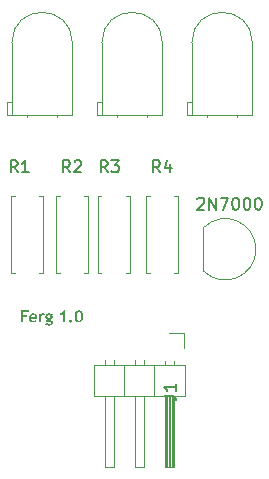
<source format=gbr>
%TF.GenerationSoftware,KiCad,Pcbnew,7.0.1*%
%TF.CreationDate,2023-04-09T02:19:27+02:00*%
%TF.ProjectId,PCB_hello_world,5043425f-6865-46c6-9c6f-5f776f726c64,rev?*%
%TF.SameCoordinates,Original*%
%TF.FileFunction,Legend,Top*%
%TF.FilePolarity,Positive*%
%FSLAX46Y46*%
G04 Gerber Fmt 4.6, Leading zero omitted, Abs format (unit mm)*
G04 Created by KiCad (PCBNEW 7.0.1) date 2023-04-09 02:19:27*
%MOMM*%
%LPD*%
G01*
G04 APERTURE LIST*
%ADD10C,0.200000*%
%ADD11C,0.150000*%
%ADD12C,0.120000*%
G04 APERTURE END LIST*
D10*
G36*
X138076612Y-119004804D02*
G01*
X138076612Y-119235369D01*
X138430519Y-119235369D01*
X138430519Y-119387777D01*
X138076612Y-119387777D01*
X138076612Y-119845000D01*
X137898070Y-119845000D01*
X137898070Y-118844581D01*
X138560945Y-118844581D01*
X138560945Y-119004804D01*
X138076612Y-119004804D01*
G37*
G36*
X138966311Y-119094780D02*
G01*
X138976125Y-119095065D01*
X138995384Y-119096204D01*
X139014151Y-119098103D01*
X139032425Y-119100761D01*
X139050207Y-119104179D01*
X139067497Y-119108355D01*
X139084295Y-119113292D01*
X139100600Y-119118988D01*
X139116412Y-119125443D01*
X139131733Y-119132658D01*
X139146561Y-119140632D01*
X139160897Y-119149365D01*
X139174741Y-119158858D01*
X139188092Y-119169111D01*
X139200951Y-119180123D01*
X139213318Y-119191894D01*
X139225059Y-119204252D01*
X139236044Y-119217024D01*
X139246270Y-119230211D01*
X139255740Y-119243811D01*
X139264451Y-119257825D01*
X139272405Y-119272254D01*
X139279602Y-119287096D01*
X139286041Y-119302353D01*
X139291723Y-119318024D01*
X139296647Y-119334108D01*
X139300813Y-119350607D01*
X139304222Y-119367520D01*
X139306873Y-119384847D01*
X139308767Y-119402588D01*
X139309903Y-119420743D01*
X139310282Y-119439312D01*
X139309924Y-119450186D01*
X139309123Y-119460036D01*
X139307864Y-119470909D01*
X139306146Y-119482804D01*
X139303971Y-119495722D01*
X139302039Y-119506082D01*
X139299849Y-119517017D01*
X139297402Y-119528528D01*
X139295628Y-119536521D01*
X138770261Y-119536521D01*
X138771069Y-119546998D01*
X138772272Y-119557182D01*
X138773870Y-119567072D01*
X138775864Y-119576668D01*
X138779594Y-119590511D01*
X138784213Y-119603693D01*
X138789720Y-119616214D01*
X138796117Y-119628074D01*
X138803402Y-119639272D01*
X138811575Y-119649809D01*
X138820638Y-119659685D01*
X138830589Y-119668900D01*
X138841370Y-119677325D01*
X138852829Y-119684920D01*
X138864966Y-119691687D01*
X138877781Y-119697626D01*
X138891275Y-119702735D01*
X138900648Y-119705682D01*
X138910323Y-119708260D01*
X138920298Y-119710469D01*
X138930576Y-119712311D01*
X138941154Y-119713784D01*
X138952035Y-119714888D01*
X138963216Y-119715625D01*
X138974700Y-119715993D01*
X138980554Y-119716039D01*
X138994990Y-119715801D01*
X139008989Y-119715085D01*
X139022552Y-119713893D01*
X139035677Y-119712223D01*
X139048365Y-119710076D01*
X139060616Y-119707453D01*
X139072431Y-119704352D01*
X139083808Y-119700774D01*
X139094748Y-119696719D01*
X139105252Y-119692187D01*
X139115318Y-119687179D01*
X139124948Y-119681693D01*
X139134140Y-119675730D01*
X139142896Y-119669290D01*
X139151214Y-119662373D01*
X139159096Y-119654979D01*
X139225774Y-119787114D01*
X139214069Y-119796016D01*
X139201667Y-119804345D01*
X139188568Y-119812098D01*
X139174773Y-119819278D01*
X139160282Y-119825883D01*
X139145094Y-119831913D01*
X139129209Y-119837370D01*
X139112629Y-119842252D01*
X139095351Y-119846559D01*
X139077377Y-119850293D01*
X139058707Y-119853452D01*
X139039340Y-119856036D01*
X139029396Y-119857113D01*
X139019277Y-119858046D01*
X139008984Y-119858836D01*
X138998518Y-119859482D01*
X138987877Y-119859985D01*
X138977061Y-119860344D01*
X138966072Y-119860559D01*
X138954909Y-119860631D01*
X138944460Y-119860534D01*
X138934148Y-119860245D01*
X138923974Y-119859762D01*
X138913937Y-119859085D01*
X138904038Y-119858216D01*
X138894275Y-119857153D01*
X138875163Y-119854449D01*
X138856601Y-119850971D01*
X138838588Y-119846721D01*
X138821125Y-119841697D01*
X138804211Y-119835901D01*
X138787847Y-119829333D01*
X138772032Y-119821991D01*
X138756767Y-119813877D01*
X138742051Y-119804989D01*
X138727885Y-119795329D01*
X138714269Y-119784897D01*
X138701202Y-119773691D01*
X138688684Y-119761713D01*
X138676854Y-119749042D01*
X138665786Y-119735758D01*
X138655482Y-119721862D01*
X138645942Y-119707353D01*
X138637164Y-119692232D01*
X138629150Y-119676499D01*
X138621899Y-119660153D01*
X138615411Y-119643194D01*
X138609687Y-119625623D01*
X138604726Y-119607439D01*
X138600528Y-119588643D01*
X138598715Y-119579015D01*
X138597093Y-119569234D01*
X138595662Y-119559300D01*
X138594422Y-119549213D01*
X138593372Y-119538973D01*
X138592513Y-119528579D01*
X138591846Y-119518033D01*
X138591369Y-119507333D01*
X138591082Y-119496480D01*
X138590987Y-119485474D01*
X138591092Y-119474639D01*
X138591407Y-119463934D01*
X138591931Y-119453358D01*
X138592666Y-119442911D01*
X138593611Y-119432593D01*
X138594765Y-119422405D01*
X138596129Y-119412346D01*
X138596927Y-119407316D01*
X138776367Y-119407316D01*
X139137847Y-119407316D01*
X139136578Y-119396978D01*
X139135030Y-119386968D01*
X139133204Y-119377286D01*
X139128716Y-119358907D01*
X139123114Y-119341840D01*
X139116397Y-119326086D01*
X139108566Y-119311646D01*
X139099621Y-119298518D01*
X139089561Y-119286702D01*
X139078387Y-119276200D01*
X139066098Y-119267010D01*
X139052696Y-119259133D01*
X139038178Y-119252569D01*
X139022547Y-119247318D01*
X139005801Y-119243380D01*
X138987941Y-119240754D01*
X138968966Y-119239441D01*
X138959061Y-119239277D01*
X138941117Y-119239934D01*
X138924043Y-119241903D01*
X138907839Y-119245185D01*
X138892505Y-119249780D01*
X138878041Y-119255687D01*
X138864447Y-119262908D01*
X138851724Y-119271441D01*
X138839870Y-119281287D01*
X138828887Y-119292446D01*
X138818774Y-119304918D01*
X138809531Y-119318702D01*
X138801158Y-119333799D01*
X138793655Y-119350209D01*
X138787022Y-119367932D01*
X138784032Y-119377286D01*
X138781260Y-119386968D01*
X138778705Y-119396978D01*
X138776367Y-119407316D01*
X138596927Y-119407316D01*
X138597704Y-119402416D01*
X138599488Y-119392616D01*
X138601482Y-119382945D01*
X138603686Y-119373403D01*
X138608723Y-119354707D01*
X138614600Y-119336528D01*
X138621317Y-119318866D01*
X138628873Y-119301721D01*
X138637269Y-119285094D01*
X138646504Y-119268983D01*
X138656580Y-119253390D01*
X138667494Y-119238313D01*
X138679248Y-119223754D01*
X138691842Y-119209712D01*
X138698454Y-119202885D01*
X138712055Y-119189783D01*
X138725992Y-119177526D01*
X138740265Y-119166114D01*
X138754874Y-119155548D01*
X138769818Y-119145827D01*
X138785099Y-119136951D01*
X138800715Y-119128920D01*
X138816667Y-119121735D01*
X138832955Y-119115396D01*
X138849579Y-119109901D01*
X138866539Y-119105252D01*
X138883834Y-119101448D01*
X138901465Y-119098489D01*
X138919433Y-119096376D01*
X138937735Y-119095108D01*
X138956374Y-119094685D01*
X138966311Y-119094780D01*
G37*
G36*
X139868377Y-119269563D02*
G01*
X139859644Y-119264151D01*
X139850757Y-119259271D01*
X139841715Y-119254923D01*
X139832519Y-119251108D01*
X139823168Y-119247825D01*
X139813663Y-119245074D01*
X139804003Y-119242856D01*
X139794188Y-119241170D01*
X139784219Y-119240017D01*
X139774095Y-119239396D01*
X139767260Y-119239277D01*
X139756202Y-119239754D01*
X139745376Y-119241183D01*
X139734781Y-119243566D01*
X139724419Y-119246902D01*
X139714288Y-119251191D01*
X139704389Y-119256433D01*
X139694722Y-119262629D01*
X139685286Y-119269777D01*
X139676083Y-119277879D01*
X139667111Y-119286933D01*
X139661259Y-119293499D01*
X139652966Y-119303878D01*
X139645488Y-119314682D01*
X139638826Y-119325912D01*
X139632980Y-119337566D01*
X139627950Y-119349645D01*
X139623735Y-119362150D01*
X139620336Y-119375079D01*
X139617753Y-119388433D01*
X139615986Y-119402213D01*
X139615034Y-119416417D01*
X139614853Y-119426123D01*
X139614853Y-119845000D01*
X139443150Y-119845000D01*
X139443150Y-119110317D01*
X139614853Y-119110317D01*
X139614853Y-119175774D01*
X139624045Y-119165955D01*
X139633610Y-119156769D01*
X139643547Y-119148217D01*
X139653855Y-119140298D01*
X139664536Y-119133013D01*
X139675589Y-119126361D01*
X139687014Y-119120342D01*
X139698811Y-119114958D01*
X139710981Y-119110206D01*
X139723522Y-119106089D01*
X139736435Y-119102604D01*
X139749721Y-119099754D01*
X139763378Y-119097536D01*
X139777408Y-119095952D01*
X139791810Y-119095002D01*
X139806584Y-119094685D01*
X139817413Y-119094789D01*
X139827920Y-119095101D01*
X139838105Y-119095621D01*
X139847967Y-119096349D01*
X139862156Y-119097831D01*
X139875619Y-119099781D01*
X139888357Y-119102199D01*
X139900369Y-119105085D01*
X139911655Y-119108439D01*
X139922216Y-119112260D01*
X139932052Y-119116550D01*
X139941161Y-119121308D01*
X139868377Y-119269563D01*
G37*
G36*
X140633834Y-119155746D02*
G01*
X140552013Y-119220471D01*
X140559651Y-119232579D01*
X140566539Y-119245091D01*
X140572674Y-119258007D01*
X140578059Y-119271326D01*
X140582692Y-119285049D01*
X140586574Y-119299176D01*
X140588745Y-119308818D01*
X140590581Y-119318639D01*
X140592084Y-119328640D01*
X140593253Y-119338820D01*
X140594087Y-119349179D01*
X140594588Y-119359718D01*
X140594755Y-119370436D01*
X140594456Y-119385690D01*
X140593557Y-119400558D01*
X140592059Y-119415038D01*
X140589962Y-119429130D01*
X140587266Y-119442836D01*
X140583970Y-119456153D01*
X140580076Y-119469084D01*
X140575582Y-119481627D01*
X140570489Y-119493783D01*
X140564797Y-119505552D01*
X140558506Y-119516933D01*
X140551616Y-119527926D01*
X140544126Y-119538533D01*
X140536038Y-119548752D01*
X140527350Y-119558584D01*
X140518063Y-119568028D01*
X140508320Y-119576960D01*
X140498264Y-119585316D01*
X140487895Y-119593095D01*
X140477213Y-119600299D01*
X140466219Y-119606926D01*
X140454911Y-119612976D01*
X140443290Y-119618451D01*
X140431357Y-119623349D01*
X140419110Y-119627671D01*
X140406551Y-119631417D01*
X140393679Y-119634586D01*
X140380493Y-119637179D01*
X140366995Y-119639196D01*
X140353184Y-119640637D01*
X140339060Y-119641501D01*
X140324623Y-119641789D01*
X140314578Y-119641576D01*
X140304537Y-119641038D01*
X140293327Y-119640173D01*
X140282788Y-119639171D01*
X140275286Y-119638370D01*
X140246953Y-119634462D01*
X140236592Y-119637575D01*
X140226151Y-119641780D01*
X140216076Y-119646097D01*
X140210317Y-119648628D01*
X140201099Y-119653079D01*
X140192101Y-119658483D01*
X140184445Y-119664874D01*
X140179102Y-119673229D01*
X140178321Y-119677937D01*
X140180589Y-119688216D01*
X140187391Y-119695969D01*
X140196830Y-119700606D01*
X140207242Y-119703053D01*
X140217236Y-119704084D01*
X140225704Y-119704316D01*
X140236380Y-119703942D01*
X140247726Y-119703026D01*
X140258729Y-119701843D01*
X140268544Y-119700621D01*
X140279260Y-119699156D01*
X140290877Y-119697446D01*
X140297023Y-119696500D01*
X140309373Y-119694668D01*
X140321264Y-119693080D01*
X140332698Y-119691737D01*
X140343674Y-119690638D01*
X140354191Y-119689783D01*
X140364251Y-119689173D01*
X140376182Y-119688753D01*
X140382997Y-119688684D01*
X140398429Y-119688880D01*
X140413372Y-119689466D01*
X140427824Y-119690444D01*
X140441787Y-119691813D01*
X140455259Y-119693574D01*
X140468242Y-119695725D01*
X140480735Y-119698268D01*
X140492738Y-119701202D01*
X140504251Y-119704526D01*
X140515274Y-119708243D01*
X140525807Y-119712350D01*
X140535851Y-119716848D01*
X140545404Y-119721738D01*
X140554468Y-119727019D01*
X140563041Y-119732691D01*
X140571125Y-119738754D01*
X140578718Y-119745208D01*
X140585822Y-119752054D01*
X140592436Y-119759290D01*
X140598560Y-119766918D01*
X140604194Y-119774937D01*
X140609338Y-119783347D01*
X140613992Y-119792149D01*
X140618157Y-119801341D01*
X140621831Y-119810925D01*
X140625016Y-119820900D01*
X140627710Y-119831266D01*
X140629915Y-119842023D01*
X140631629Y-119853171D01*
X140632854Y-119864711D01*
X140633589Y-119876641D01*
X140633834Y-119888963D01*
X140633442Y-119902638D01*
X140632266Y-119915941D01*
X140630305Y-119928871D01*
X140627560Y-119941430D01*
X140624031Y-119953616D01*
X140619718Y-119965430D01*
X140614620Y-119976873D01*
X140608738Y-119987943D01*
X140602072Y-119998641D01*
X140594622Y-120008967D01*
X140586387Y-120018920D01*
X140577368Y-120028502D01*
X140567565Y-120037712D01*
X140556978Y-120046549D01*
X140545606Y-120055015D01*
X140533450Y-120063108D01*
X140520771Y-120070769D01*
X140507767Y-120077935D01*
X140494438Y-120084607D01*
X140480785Y-120090784D01*
X140466808Y-120096468D01*
X140452507Y-120101657D01*
X140437881Y-120106352D01*
X140422930Y-120110553D01*
X140407656Y-120114259D01*
X140392057Y-120117471D01*
X140376133Y-120120190D01*
X140359885Y-120122414D01*
X140343313Y-120124143D01*
X140326416Y-120125379D01*
X140309195Y-120126120D01*
X140291650Y-120126367D01*
X140281118Y-120126269D01*
X140270650Y-120125973D01*
X140260245Y-120125481D01*
X140249903Y-120124791D01*
X140239625Y-120123905D01*
X140229411Y-120122821D01*
X140219260Y-120121540D01*
X140209172Y-120120063D01*
X140199148Y-120118388D01*
X140189187Y-120116516D01*
X140179290Y-120114448D01*
X140169456Y-120112182D01*
X140159686Y-120109719D01*
X140149979Y-120107060D01*
X140140335Y-120104203D01*
X140130755Y-120101149D01*
X140121238Y-120097898D01*
X140111785Y-120094451D01*
X140102395Y-120090806D01*
X140093069Y-120086964D01*
X140083806Y-120082925D01*
X140074607Y-120078689D01*
X140065471Y-120074256D01*
X140056398Y-120069627D01*
X140047389Y-120064800D01*
X140038444Y-120059776D01*
X140029561Y-120054555D01*
X140020743Y-120049137D01*
X140011987Y-120043522D01*
X140003295Y-120037710D01*
X139994667Y-120031701D01*
X139986102Y-120025495D01*
X140094546Y-119889696D01*
X140105891Y-119899900D01*
X140117394Y-119909445D01*
X140129056Y-119918332D01*
X140140876Y-119926561D01*
X140152854Y-119934132D01*
X140164991Y-119941044D01*
X140177286Y-119947298D01*
X140189740Y-119952894D01*
X140202351Y-119957831D01*
X140215122Y-119962110D01*
X140228050Y-119965731D01*
X140241137Y-119968693D01*
X140254383Y-119970997D01*
X140267787Y-119972643D01*
X140281349Y-119973631D01*
X140295069Y-119973960D01*
X140308761Y-119973771D01*
X140321994Y-119973204D01*
X140334768Y-119972260D01*
X140347082Y-119970937D01*
X140358936Y-119969237D01*
X140370331Y-119967159D01*
X140381267Y-119964703D01*
X140391744Y-119961870D01*
X140401761Y-119958658D01*
X140411318Y-119955069D01*
X140417435Y-119952466D01*
X140428712Y-119946841D01*
X140438486Y-119940712D01*
X140446756Y-119934079D01*
X140453522Y-119926943D01*
X140459865Y-119917314D01*
X140463859Y-119906898D01*
X140465504Y-119895695D01*
X140465551Y-119893360D01*
X140464615Y-119881924D01*
X140461807Y-119871612D01*
X140457127Y-119862426D01*
X140450576Y-119854365D01*
X140442152Y-119847428D01*
X140431857Y-119841616D01*
X140419689Y-119836929D01*
X140405650Y-119833367D01*
X140395251Y-119831618D01*
X140384019Y-119830368D01*
X140371956Y-119829618D01*
X140359061Y-119829368D01*
X140347257Y-119829505D01*
X140335899Y-119829830D01*
X140325816Y-119830227D01*
X140314848Y-119830746D01*
X140302995Y-119831387D01*
X140290256Y-119832150D01*
X140280121Y-119832803D01*
X140273087Y-119833276D01*
X140262664Y-119833974D01*
X140252734Y-119834604D01*
X140240263Y-119835337D01*
X140228669Y-119835947D01*
X140217952Y-119836436D01*
X140208114Y-119836802D01*
X140197050Y-119837088D01*
X140187358Y-119837184D01*
X140176449Y-119837062D01*
X140165886Y-119836696D01*
X140155669Y-119836087D01*
X140145799Y-119835234D01*
X140127097Y-119832796D01*
X140109781Y-119829383D01*
X140093849Y-119824995D01*
X140079304Y-119819633D01*
X140066143Y-119813295D01*
X140054368Y-119805982D01*
X140043978Y-119797694D01*
X140034974Y-119788431D01*
X140027354Y-119778192D01*
X140021120Y-119766979D01*
X140016272Y-119754791D01*
X140012809Y-119741628D01*
X140010731Y-119727489D01*
X140010038Y-119712376D01*
X140010759Y-119701262D01*
X140012924Y-119690208D01*
X140016532Y-119679213D01*
X140021582Y-119668278D01*
X140026662Y-119659573D01*
X140032665Y-119650907D01*
X140039591Y-119642278D01*
X140047128Y-119633955D01*
X140054963Y-119626204D01*
X140063096Y-119619025D01*
X140071526Y-119612419D01*
X140080254Y-119606386D01*
X140089279Y-119600925D01*
X140098603Y-119596036D01*
X140108224Y-119591720D01*
X140093021Y-119581383D01*
X140078800Y-119570524D01*
X140065559Y-119559142D01*
X140053299Y-119547237D01*
X140042020Y-119534809D01*
X140031722Y-119521859D01*
X140022405Y-119508385D01*
X140014068Y-119494389D01*
X140006712Y-119479870D01*
X140000337Y-119464828D01*
X139994943Y-119449263D01*
X139990529Y-119433176D01*
X139987096Y-119416565D01*
X139984644Y-119399432D01*
X139983173Y-119381776D01*
X139982709Y-119364574D01*
X140157805Y-119364574D01*
X140158120Y-119376262D01*
X140159067Y-119387512D01*
X140160645Y-119398324D01*
X140162854Y-119408698D01*
X140165694Y-119418634D01*
X140169165Y-119428132D01*
X140173267Y-119437193D01*
X140178001Y-119445815D01*
X140183365Y-119454000D01*
X140189361Y-119461746D01*
X140193709Y-119466667D01*
X140200705Y-119473520D01*
X140210715Y-119481609D01*
X140221504Y-119488499D01*
X140233071Y-119494191D01*
X140242257Y-119497674D01*
X140251882Y-119500482D01*
X140261944Y-119502617D01*
X140272444Y-119504077D01*
X140283382Y-119504864D01*
X140290917Y-119505013D01*
X140302163Y-119504685D01*
X140312910Y-119503700D01*
X140323160Y-119502057D01*
X140332912Y-119499758D01*
X140345139Y-119495671D01*
X140356481Y-119490416D01*
X140366938Y-119483993D01*
X140376509Y-119476403D01*
X140385195Y-119467644D01*
X140392923Y-119457806D01*
X140399620Y-119447097D01*
X140405288Y-119435519D01*
X140408862Y-119426264D01*
X140411856Y-119416519D01*
X140414271Y-119406285D01*
X140416107Y-119395562D01*
X140417363Y-119384349D01*
X140418039Y-119372647D01*
X140418168Y-119364574D01*
X140417856Y-119354555D01*
X140416473Y-119341658D01*
X140413983Y-119329288D01*
X140410386Y-119317444D01*
X140405682Y-119306127D01*
X140399872Y-119295336D01*
X140392955Y-119285072D01*
X140384931Y-119275335D01*
X140382752Y-119272983D01*
X140373570Y-119264167D01*
X140363732Y-119256527D01*
X140353237Y-119250062D01*
X140342086Y-119244773D01*
X140330278Y-119240659D01*
X140317814Y-119237720D01*
X140308036Y-119236288D01*
X140297888Y-119235516D01*
X140290917Y-119235369D01*
X140280071Y-119235687D01*
X140269608Y-119236640D01*
X140259526Y-119238229D01*
X140249827Y-119240453D01*
X140237489Y-119244406D01*
X140225830Y-119249490D01*
X140214851Y-119255703D01*
X140204551Y-119263045D01*
X140194930Y-119271517D01*
X140186229Y-119280879D01*
X140178688Y-119290889D01*
X140172307Y-119301548D01*
X140167086Y-119312855D01*
X140163025Y-119324812D01*
X140160125Y-119337417D01*
X140158711Y-119347297D01*
X140157950Y-119357541D01*
X140157805Y-119364574D01*
X139982709Y-119364574D01*
X139982683Y-119363597D01*
X139983020Y-119349191D01*
X139984034Y-119335101D01*
X139985722Y-119321325D01*
X139988087Y-119307864D01*
X139991126Y-119294718D01*
X139994841Y-119281886D01*
X139999232Y-119269370D01*
X140004298Y-119257168D01*
X140010040Y-119245281D01*
X140016457Y-119233709D01*
X140023549Y-119222452D01*
X140031318Y-119211510D01*
X140039761Y-119200882D01*
X140048880Y-119190570D01*
X140058675Y-119180572D01*
X140069145Y-119170889D01*
X140080109Y-119161661D01*
X140091386Y-119153029D01*
X140102976Y-119144992D01*
X140114879Y-119137550D01*
X140127095Y-119130704D01*
X140139624Y-119124453D01*
X140152466Y-119118797D01*
X140165621Y-119113736D01*
X140179088Y-119109271D01*
X140192869Y-119105402D01*
X140206962Y-119102127D01*
X140221369Y-119099448D01*
X140236088Y-119097365D01*
X140251121Y-119095876D01*
X140266466Y-119094983D01*
X140282124Y-119094685D01*
X140294363Y-119094829D01*
X140306350Y-119095258D01*
X140318085Y-119095973D01*
X140329569Y-119096975D01*
X140340800Y-119098263D01*
X140351779Y-119099837D01*
X140362507Y-119101698D01*
X140372983Y-119103845D01*
X140383207Y-119106277D01*
X140393179Y-119108997D01*
X140402899Y-119112002D01*
X140412367Y-119115293D01*
X140421583Y-119118871D01*
X140434936Y-119124775D01*
X140447721Y-119131322D01*
X140514888Y-119047791D01*
X140633834Y-119155746D01*
G37*
G36*
X141462550Y-119845000D02*
G01*
X141462550Y-119128391D01*
X141257875Y-119250757D01*
X141257875Y-119079054D01*
X141270113Y-119073087D01*
X141282191Y-119067033D01*
X141294108Y-119060890D01*
X141305864Y-119054660D01*
X141317460Y-119048342D01*
X141328895Y-119041937D01*
X141340169Y-119035443D01*
X141351282Y-119028862D01*
X141362235Y-119022193D01*
X141373027Y-119015436D01*
X141383658Y-119008592D01*
X141394128Y-119001659D01*
X141404437Y-118994639D01*
X141414586Y-118987532D01*
X141424574Y-118980336D01*
X141434401Y-118973053D01*
X141444068Y-118965681D01*
X141453573Y-118958222D01*
X141462918Y-118950676D01*
X141472102Y-118943041D01*
X141481126Y-118935319D01*
X141489988Y-118927509D01*
X141498690Y-118919611D01*
X141507231Y-118911625D01*
X141515612Y-118903552D01*
X141523831Y-118895391D01*
X141531890Y-118887142D01*
X141539788Y-118878805D01*
X141547525Y-118870381D01*
X141555102Y-118861869D01*
X141562518Y-118853269D01*
X141569773Y-118844581D01*
X141641336Y-118844581D01*
X141641336Y-119845000D01*
X141462550Y-119845000D01*
G37*
G36*
X142010875Y-119752920D02*
G01*
X142011440Y-119740341D01*
X142013135Y-119728251D01*
X142015959Y-119716650D01*
X142019912Y-119705537D01*
X142024996Y-119694912D01*
X142031209Y-119684776D01*
X142038551Y-119675129D01*
X142047023Y-119665969D01*
X142056301Y-119657555D01*
X142066059Y-119650262D01*
X142076298Y-119644091D01*
X142087018Y-119639042D01*
X142098219Y-119635115D01*
X142109900Y-119632310D01*
X142122063Y-119630627D01*
X142134706Y-119630066D01*
X142147346Y-119630627D01*
X142159497Y-119632310D01*
X142171160Y-119635115D01*
X142182334Y-119639042D01*
X142193019Y-119644091D01*
X142203217Y-119650262D01*
X142212925Y-119657555D01*
X142222145Y-119665969D01*
X142230618Y-119675129D01*
X142237960Y-119684776D01*
X142244173Y-119694912D01*
X142249256Y-119705537D01*
X142253210Y-119716650D01*
X142256034Y-119728251D01*
X142257728Y-119740341D01*
X142258293Y-119752920D01*
X142257728Y-119765449D01*
X142256034Y-119777512D01*
X142253210Y-119789110D01*
X142249256Y-119800242D01*
X142244173Y-119810909D01*
X142237960Y-119821109D01*
X142230618Y-119830845D01*
X142222145Y-119840115D01*
X142212925Y-119848587D01*
X142203217Y-119855929D01*
X142193019Y-119862142D01*
X142182334Y-119867226D01*
X142171160Y-119871179D01*
X142159497Y-119874003D01*
X142147346Y-119875698D01*
X142134706Y-119876263D01*
X142122063Y-119875698D01*
X142109900Y-119874003D01*
X142098219Y-119871179D01*
X142087018Y-119867226D01*
X142076298Y-119862142D01*
X142066059Y-119855929D01*
X142056301Y-119848587D01*
X142047023Y-119840115D01*
X142038551Y-119830845D01*
X142031209Y-119821109D01*
X142024996Y-119810909D01*
X142019912Y-119800242D01*
X142015959Y-119789110D01*
X142013135Y-119777512D01*
X142011440Y-119765449D01*
X142010875Y-119752920D01*
G37*
G36*
X142847995Y-118829447D02*
G01*
X142868903Y-118830938D01*
X142889126Y-118833425D01*
X142908662Y-118836906D01*
X142927514Y-118841382D01*
X142945679Y-118846852D01*
X142963160Y-118853317D01*
X142979955Y-118860777D01*
X142996064Y-118869231D01*
X143011488Y-118878680D01*
X143026226Y-118889124D01*
X143040279Y-118900562D01*
X143053646Y-118912995D01*
X143066328Y-118926422D01*
X143078324Y-118940844D01*
X143089635Y-118956261D01*
X143100260Y-118972672D01*
X143110200Y-118990078D01*
X143119454Y-119008478D01*
X143128023Y-119027874D01*
X143135906Y-119048263D01*
X143143104Y-119069648D01*
X143149616Y-119092027D01*
X143155443Y-119115400D01*
X143160584Y-119139769D01*
X143165040Y-119165131D01*
X143168810Y-119191489D01*
X143171895Y-119218841D01*
X143174294Y-119247188D01*
X143176008Y-119276529D01*
X143177036Y-119306865D01*
X143177379Y-119338196D01*
X143177287Y-119353000D01*
X143177009Y-119367617D01*
X143176546Y-119382046D01*
X143175898Y-119396287D01*
X143175065Y-119410340D01*
X143174047Y-119424205D01*
X143172844Y-119437882D01*
X143171456Y-119451372D01*
X143169883Y-119464673D01*
X143168125Y-119477786D01*
X143166181Y-119490711D01*
X143164053Y-119503449D01*
X143161739Y-119515998D01*
X143159240Y-119528360D01*
X143156556Y-119540533D01*
X143153688Y-119552519D01*
X143150634Y-119564316D01*
X143147394Y-119575926D01*
X143143970Y-119587348D01*
X143140361Y-119598581D01*
X143136567Y-119609627D01*
X143132587Y-119620485D01*
X143128423Y-119631155D01*
X143124073Y-119641637D01*
X143119538Y-119651931D01*
X143114819Y-119662037D01*
X143109914Y-119671955D01*
X143104824Y-119681685D01*
X143099549Y-119691227D01*
X143094088Y-119700581D01*
X143088443Y-119709748D01*
X143082613Y-119718726D01*
X143076616Y-119727456D01*
X143070469Y-119735910D01*
X143064174Y-119744086D01*
X143057731Y-119751985D01*
X143051138Y-119759607D01*
X143044397Y-119766952D01*
X143037506Y-119774019D01*
X143030467Y-119780809D01*
X143015942Y-119793559D01*
X143000822Y-119805199D01*
X142985107Y-119815731D01*
X142968796Y-119825155D01*
X142951890Y-119833470D01*
X142934388Y-119840676D01*
X142916291Y-119846773D01*
X142897599Y-119851762D01*
X142888030Y-119853841D01*
X142878311Y-119855642D01*
X142868444Y-119857167D01*
X142858428Y-119858414D01*
X142848264Y-119859384D01*
X142837950Y-119860077D01*
X142827488Y-119860492D01*
X142816877Y-119860631D01*
X142805461Y-119860503D01*
X142794233Y-119860120D01*
X142783193Y-119859480D01*
X142772341Y-119858586D01*
X142761676Y-119857435D01*
X142751200Y-119856029D01*
X142740912Y-119854367D01*
X142730812Y-119852449D01*
X142720899Y-119850276D01*
X142711175Y-119847846D01*
X142701638Y-119845162D01*
X142692290Y-119842221D01*
X142674157Y-119835573D01*
X142656775Y-119827903D01*
X142640146Y-119819209D01*
X142624268Y-119809493D01*
X142609142Y-119798754D01*
X142594768Y-119786992D01*
X142581146Y-119774207D01*
X142568276Y-119760400D01*
X142556157Y-119745570D01*
X142544790Y-119729717D01*
X142539381Y-119721372D01*
X142534143Y-119712732D01*
X142529077Y-119703798D01*
X142524182Y-119694569D01*
X142519459Y-119685045D01*
X142514909Y-119675226D01*
X142510529Y-119665112D01*
X142506322Y-119654704D01*
X142502286Y-119644001D01*
X142498422Y-119633002D01*
X142494730Y-119621710D01*
X142491209Y-119610122D01*
X142487861Y-119598239D01*
X142484684Y-119586062D01*
X142481678Y-119573590D01*
X142478845Y-119560823D01*
X142476183Y-119547761D01*
X142473693Y-119534405D01*
X142471374Y-119520753D01*
X142469228Y-119506807D01*
X142467253Y-119492566D01*
X142465449Y-119478030D01*
X142463818Y-119463200D01*
X142462358Y-119448074D01*
X142461070Y-119432654D01*
X142459954Y-119416939D01*
X142459009Y-119400929D01*
X142458237Y-119384625D01*
X142457636Y-119368025D01*
X142457206Y-119351131D01*
X142456949Y-119333942D01*
X142456924Y-119328914D01*
X142642243Y-119328914D01*
X142642281Y-119341268D01*
X142642396Y-119353416D01*
X142642587Y-119365358D01*
X142642854Y-119377095D01*
X142643197Y-119388626D01*
X142643617Y-119399952D01*
X142644113Y-119411072D01*
X142644685Y-119421986D01*
X142645334Y-119432695D01*
X142646059Y-119443198D01*
X142646861Y-119453496D01*
X142647739Y-119463588D01*
X142648693Y-119473474D01*
X142650830Y-119492630D01*
X142653272Y-119510963D01*
X142656020Y-119528474D01*
X142659073Y-119545163D01*
X142662431Y-119561029D01*
X142666095Y-119576073D01*
X142670064Y-119590295D01*
X142674338Y-119603694D01*
X142678918Y-119616270D01*
X142681322Y-119622250D01*
X142686438Y-119633607D01*
X142691954Y-119644232D01*
X142697871Y-119654124D01*
X142704189Y-119663283D01*
X142710908Y-119671709D01*
X142718027Y-119679403D01*
X142725547Y-119686364D01*
X142733468Y-119692592D01*
X142741789Y-119698087D01*
X142750511Y-119702850D01*
X142759634Y-119706880D01*
X142769158Y-119710177D01*
X142779082Y-119712742D01*
X142789407Y-119714574D01*
X142800133Y-119715673D01*
X142811259Y-119716039D01*
X142823310Y-119715708D01*
X142834916Y-119714715D01*
X142846078Y-119713060D01*
X142856795Y-119710742D01*
X142867068Y-119707763D01*
X142876896Y-119704121D01*
X142886279Y-119699817D01*
X142895218Y-119694851D01*
X142903712Y-119689223D01*
X142911761Y-119682933D01*
X142919366Y-119675981D01*
X142926526Y-119668366D01*
X142933242Y-119660090D01*
X142939513Y-119651151D01*
X142945340Y-119641550D01*
X142950722Y-119631287D01*
X142955720Y-119620176D01*
X142960396Y-119608031D01*
X142964750Y-119594851D01*
X142968780Y-119580637D01*
X142972489Y-119565389D01*
X142975875Y-119549107D01*
X142978938Y-119531790D01*
X142981680Y-119513440D01*
X142984098Y-119494055D01*
X142985186Y-119483975D01*
X142986194Y-119473636D01*
X142987121Y-119463039D01*
X142987968Y-119452183D01*
X142988734Y-119441068D01*
X142989419Y-119429695D01*
X142990024Y-119418063D01*
X142990548Y-119406173D01*
X142990991Y-119394025D01*
X142991354Y-119381617D01*
X142991636Y-119368952D01*
X142991838Y-119356027D01*
X142991958Y-119342844D01*
X142991999Y-119329403D01*
X142991960Y-119316901D01*
X142991844Y-119304643D01*
X142991651Y-119292629D01*
X142991381Y-119280860D01*
X142991033Y-119269334D01*
X142990608Y-119258053D01*
X142990105Y-119247017D01*
X142989526Y-119236224D01*
X142988869Y-119225676D01*
X142988135Y-119215372D01*
X142987323Y-119205312D01*
X142986435Y-119195497D01*
X142984425Y-119176598D01*
X142982107Y-119158677D01*
X142979479Y-119141733D01*
X142976543Y-119125765D01*
X142973297Y-119110775D01*
X142969742Y-119096762D01*
X142965878Y-119083725D01*
X142961705Y-119071666D01*
X142957223Y-119060583D01*
X142952431Y-119050478D01*
X142947289Y-119041161D01*
X142941753Y-119032446D01*
X142935825Y-119024331D01*
X142929503Y-119016818D01*
X142919284Y-119006675D01*
X142908180Y-118997884D01*
X142896191Y-118990446D01*
X142883318Y-118984360D01*
X142869561Y-118979627D01*
X142859898Y-118977223D01*
X142849842Y-118975419D01*
X142839393Y-118974217D01*
X142828551Y-118973616D01*
X142822983Y-118973541D01*
X142811863Y-118973888D01*
X142801096Y-118974929D01*
X142790683Y-118976664D01*
X142780622Y-118979094D01*
X142770914Y-118982217D01*
X142761559Y-118986035D01*
X142752558Y-118990546D01*
X142743909Y-118995752D01*
X142735613Y-119001652D01*
X142727671Y-119008245D01*
X142720081Y-119015533D01*
X142712844Y-119023515D01*
X142705961Y-119032192D01*
X142699430Y-119041562D01*
X142693253Y-119051626D01*
X142687428Y-119062384D01*
X142681956Y-119073837D01*
X142676838Y-119085983D01*
X142672072Y-119098824D01*
X142667660Y-119112359D01*
X142663600Y-119126588D01*
X142659893Y-119141510D01*
X142656540Y-119157127D01*
X142653539Y-119173439D01*
X142650892Y-119190444D01*
X142648597Y-119208143D01*
X142646656Y-119226536D01*
X142645067Y-119245624D01*
X142643832Y-119265405D01*
X142642949Y-119285881D01*
X142642420Y-119307051D01*
X142642243Y-119328914D01*
X142456924Y-119328914D01*
X142456863Y-119316458D01*
X142456961Y-119303713D01*
X142457256Y-119291092D01*
X142457747Y-119278596D01*
X142458435Y-119266224D01*
X142459319Y-119253977D01*
X142460400Y-119241854D01*
X142461678Y-119229856D01*
X142463152Y-119217982D01*
X142464823Y-119206233D01*
X142466690Y-119194608D01*
X142468753Y-119183108D01*
X142471014Y-119171733D01*
X142473470Y-119160481D01*
X142476124Y-119149355D01*
X142478973Y-119138353D01*
X142482020Y-119127475D01*
X142485263Y-119116722D01*
X142488702Y-119106093D01*
X142492338Y-119095589D01*
X142496171Y-119085210D01*
X142500200Y-119074955D01*
X142504425Y-119064824D01*
X142508847Y-119054818D01*
X142513466Y-119044936D01*
X142518281Y-119035179D01*
X142523293Y-119025547D01*
X142528501Y-119016039D01*
X142533906Y-119006655D01*
X142539507Y-118997396D01*
X142545305Y-118988261D01*
X142551300Y-118979251D01*
X142557491Y-118970366D01*
X142563846Y-118961665D01*
X142570334Y-118953241D01*
X142576953Y-118945093D01*
X142583705Y-118937221D01*
X142590589Y-118929626D01*
X142597605Y-118922306D01*
X142604753Y-118915263D01*
X142612033Y-118908496D01*
X142619446Y-118902005D01*
X142626990Y-118895791D01*
X142642476Y-118884190D01*
X142658490Y-118873694D01*
X142675033Y-118864303D01*
X142692104Y-118856017D01*
X142709704Y-118848836D01*
X142727832Y-118842759D01*
X142746489Y-118837788D01*
X142765674Y-118833921D01*
X142775465Y-118832402D01*
X142785388Y-118831159D01*
X142795444Y-118830192D01*
X142805631Y-118829502D01*
X142815951Y-118829087D01*
X142826402Y-118828949D01*
X142847995Y-118829447D01*
G37*
D11*
%TO.C,R4*%
X149693333Y-107142619D02*
X149360000Y-106666428D01*
X149121905Y-107142619D02*
X149121905Y-106142619D01*
X149121905Y-106142619D02*
X149502857Y-106142619D01*
X149502857Y-106142619D02*
X149598095Y-106190238D01*
X149598095Y-106190238D02*
X149645714Y-106237857D01*
X149645714Y-106237857D02*
X149693333Y-106333095D01*
X149693333Y-106333095D02*
X149693333Y-106475952D01*
X149693333Y-106475952D02*
X149645714Y-106571190D01*
X149645714Y-106571190D02*
X149598095Y-106618809D01*
X149598095Y-106618809D02*
X149502857Y-106666428D01*
X149502857Y-106666428D02*
X149121905Y-106666428D01*
X150550476Y-106475952D02*
X150550476Y-107142619D01*
X150312381Y-106095000D02*
X150074286Y-106809285D01*
X150074286Y-106809285D02*
X150693333Y-106809285D01*
%TO.C,R3*%
X145248333Y-107142619D02*
X144915000Y-106666428D01*
X144676905Y-107142619D02*
X144676905Y-106142619D01*
X144676905Y-106142619D02*
X145057857Y-106142619D01*
X145057857Y-106142619D02*
X145153095Y-106190238D01*
X145153095Y-106190238D02*
X145200714Y-106237857D01*
X145200714Y-106237857D02*
X145248333Y-106333095D01*
X145248333Y-106333095D02*
X145248333Y-106475952D01*
X145248333Y-106475952D02*
X145200714Y-106571190D01*
X145200714Y-106571190D02*
X145153095Y-106618809D01*
X145153095Y-106618809D02*
X145057857Y-106666428D01*
X145057857Y-106666428D02*
X144676905Y-106666428D01*
X145581667Y-106142619D02*
X146200714Y-106142619D01*
X146200714Y-106142619D02*
X145867381Y-106523571D01*
X145867381Y-106523571D02*
X146010238Y-106523571D01*
X146010238Y-106523571D02*
X146105476Y-106571190D01*
X146105476Y-106571190D02*
X146153095Y-106618809D01*
X146153095Y-106618809D02*
X146200714Y-106714047D01*
X146200714Y-106714047D02*
X146200714Y-106952142D01*
X146200714Y-106952142D02*
X146153095Y-107047380D01*
X146153095Y-107047380D02*
X146105476Y-107095000D01*
X146105476Y-107095000D02*
X146010238Y-107142619D01*
X146010238Y-107142619D02*
X145724524Y-107142619D01*
X145724524Y-107142619D02*
X145629286Y-107095000D01*
X145629286Y-107095000D02*
X145581667Y-107047380D01*
%TO.C,R2*%
X142073333Y-107142619D02*
X141740000Y-106666428D01*
X141501905Y-107142619D02*
X141501905Y-106142619D01*
X141501905Y-106142619D02*
X141882857Y-106142619D01*
X141882857Y-106142619D02*
X141978095Y-106190238D01*
X141978095Y-106190238D02*
X142025714Y-106237857D01*
X142025714Y-106237857D02*
X142073333Y-106333095D01*
X142073333Y-106333095D02*
X142073333Y-106475952D01*
X142073333Y-106475952D02*
X142025714Y-106571190D01*
X142025714Y-106571190D02*
X141978095Y-106618809D01*
X141978095Y-106618809D02*
X141882857Y-106666428D01*
X141882857Y-106666428D02*
X141501905Y-106666428D01*
X142454286Y-106237857D02*
X142501905Y-106190238D01*
X142501905Y-106190238D02*
X142597143Y-106142619D01*
X142597143Y-106142619D02*
X142835238Y-106142619D01*
X142835238Y-106142619D02*
X142930476Y-106190238D01*
X142930476Y-106190238D02*
X142978095Y-106237857D01*
X142978095Y-106237857D02*
X143025714Y-106333095D01*
X143025714Y-106333095D02*
X143025714Y-106428333D01*
X143025714Y-106428333D02*
X142978095Y-106571190D01*
X142978095Y-106571190D02*
X142406667Y-107142619D01*
X142406667Y-107142619D02*
X143025714Y-107142619D01*
%TO.C,R1*%
X137628333Y-107142619D02*
X137295000Y-106666428D01*
X137056905Y-107142619D02*
X137056905Y-106142619D01*
X137056905Y-106142619D02*
X137437857Y-106142619D01*
X137437857Y-106142619D02*
X137533095Y-106190238D01*
X137533095Y-106190238D02*
X137580714Y-106237857D01*
X137580714Y-106237857D02*
X137628333Y-106333095D01*
X137628333Y-106333095D02*
X137628333Y-106475952D01*
X137628333Y-106475952D02*
X137580714Y-106571190D01*
X137580714Y-106571190D02*
X137533095Y-106618809D01*
X137533095Y-106618809D02*
X137437857Y-106666428D01*
X137437857Y-106666428D02*
X137056905Y-106666428D01*
X138580714Y-107142619D02*
X138009286Y-107142619D01*
X138295000Y-107142619D02*
X138295000Y-106142619D01*
X138295000Y-106142619D02*
X138199762Y-106285476D01*
X138199762Y-106285476D02*
X138104524Y-106380714D01*
X138104524Y-106380714D02*
X138009286Y-106428333D01*
%TO.C,Q1*%
X152860714Y-109412857D02*
X152908333Y-109365238D01*
X152908333Y-109365238D02*
X153003571Y-109317619D01*
X153003571Y-109317619D02*
X153241666Y-109317619D01*
X153241666Y-109317619D02*
X153336904Y-109365238D01*
X153336904Y-109365238D02*
X153384523Y-109412857D01*
X153384523Y-109412857D02*
X153432142Y-109508095D01*
X153432142Y-109508095D02*
X153432142Y-109603333D01*
X153432142Y-109603333D02*
X153384523Y-109746190D01*
X153384523Y-109746190D02*
X152813095Y-110317619D01*
X152813095Y-110317619D02*
X153432142Y-110317619D01*
X153860714Y-110317619D02*
X153860714Y-109317619D01*
X153860714Y-109317619D02*
X154432142Y-110317619D01*
X154432142Y-110317619D02*
X154432142Y-109317619D01*
X154813095Y-109317619D02*
X155479761Y-109317619D01*
X155479761Y-109317619D02*
X155051190Y-110317619D01*
X156051190Y-109317619D02*
X156146428Y-109317619D01*
X156146428Y-109317619D02*
X156241666Y-109365238D01*
X156241666Y-109365238D02*
X156289285Y-109412857D01*
X156289285Y-109412857D02*
X156336904Y-109508095D01*
X156336904Y-109508095D02*
X156384523Y-109698571D01*
X156384523Y-109698571D02*
X156384523Y-109936666D01*
X156384523Y-109936666D02*
X156336904Y-110127142D01*
X156336904Y-110127142D02*
X156289285Y-110222380D01*
X156289285Y-110222380D02*
X156241666Y-110270000D01*
X156241666Y-110270000D02*
X156146428Y-110317619D01*
X156146428Y-110317619D02*
X156051190Y-110317619D01*
X156051190Y-110317619D02*
X155955952Y-110270000D01*
X155955952Y-110270000D02*
X155908333Y-110222380D01*
X155908333Y-110222380D02*
X155860714Y-110127142D01*
X155860714Y-110127142D02*
X155813095Y-109936666D01*
X155813095Y-109936666D02*
X155813095Y-109698571D01*
X155813095Y-109698571D02*
X155860714Y-109508095D01*
X155860714Y-109508095D02*
X155908333Y-109412857D01*
X155908333Y-109412857D02*
X155955952Y-109365238D01*
X155955952Y-109365238D02*
X156051190Y-109317619D01*
X157003571Y-109317619D02*
X157098809Y-109317619D01*
X157098809Y-109317619D02*
X157194047Y-109365238D01*
X157194047Y-109365238D02*
X157241666Y-109412857D01*
X157241666Y-109412857D02*
X157289285Y-109508095D01*
X157289285Y-109508095D02*
X157336904Y-109698571D01*
X157336904Y-109698571D02*
X157336904Y-109936666D01*
X157336904Y-109936666D02*
X157289285Y-110127142D01*
X157289285Y-110127142D02*
X157241666Y-110222380D01*
X157241666Y-110222380D02*
X157194047Y-110270000D01*
X157194047Y-110270000D02*
X157098809Y-110317619D01*
X157098809Y-110317619D02*
X157003571Y-110317619D01*
X157003571Y-110317619D02*
X156908333Y-110270000D01*
X156908333Y-110270000D02*
X156860714Y-110222380D01*
X156860714Y-110222380D02*
X156813095Y-110127142D01*
X156813095Y-110127142D02*
X156765476Y-109936666D01*
X156765476Y-109936666D02*
X156765476Y-109698571D01*
X156765476Y-109698571D02*
X156813095Y-109508095D01*
X156813095Y-109508095D02*
X156860714Y-109412857D01*
X156860714Y-109412857D02*
X156908333Y-109365238D01*
X156908333Y-109365238D02*
X157003571Y-109317619D01*
X157955952Y-109317619D02*
X158051190Y-109317619D01*
X158051190Y-109317619D02*
X158146428Y-109365238D01*
X158146428Y-109365238D02*
X158194047Y-109412857D01*
X158194047Y-109412857D02*
X158241666Y-109508095D01*
X158241666Y-109508095D02*
X158289285Y-109698571D01*
X158289285Y-109698571D02*
X158289285Y-109936666D01*
X158289285Y-109936666D02*
X158241666Y-110127142D01*
X158241666Y-110127142D02*
X158194047Y-110222380D01*
X158194047Y-110222380D02*
X158146428Y-110270000D01*
X158146428Y-110270000D02*
X158051190Y-110317619D01*
X158051190Y-110317619D02*
X157955952Y-110317619D01*
X157955952Y-110317619D02*
X157860714Y-110270000D01*
X157860714Y-110270000D02*
X157813095Y-110222380D01*
X157813095Y-110222380D02*
X157765476Y-110127142D01*
X157765476Y-110127142D02*
X157717857Y-109936666D01*
X157717857Y-109936666D02*
X157717857Y-109698571D01*
X157717857Y-109698571D02*
X157765476Y-109508095D01*
X157765476Y-109508095D02*
X157813095Y-109412857D01*
X157813095Y-109412857D02*
X157860714Y-109365238D01*
X157860714Y-109365238D02*
X157955952Y-109317619D01*
%TO.C,J1*%
X150032619Y-126073333D02*
X150746904Y-126073333D01*
X150746904Y-126073333D02*
X150889761Y-126120952D01*
X150889761Y-126120952D02*
X150985000Y-126216190D01*
X150985000Y-126216190D02*
X151032619Y-126359047D01*
X151032619Y-126359047D02*
X151032619Y-126454285D01*
X151032619Y-125073333D02*
X151032619Y-125644761D01*
X151032619Y-125359047D02*
X150032619Y-125359047D01*
X150032619Y-125359047D02*
X150175476Y-125454285D01*
X150175476Y-125454285D02*
X150270714Y-125549523D01*
X150270714Y-125549523D02*
X150318333Y-125644761D01*
D12*
%TO.C,R4*%
X151230000Y-109125000D02*
X150900000Y-109125000D01*
X148490000Y-115665000D02*
X148490000Y-109125000D01*
X151230000Y-115665000D02*
X151230000Y-109125000D01*
X150900000Y-115665000D02*
X151230000Y-115665000D01*
X148820000Y-115665000D02*
X148490000Y-115665000D01*
X148490000Y-109125000D02*
X148820000Y-109125000D01*
%TO.C,R3*%
X147145000Y-109125000D02*
X146815000Y-109125000D01*
X144405000Y-115665000D02*
X144405000Y-109125000D01*
X147145000Y-115665000D02*
X147145000Y-109125000D01*
X146815000Y-115665000D02*
X147145000Y-115665000D01*
X144735000Y-115665000D02*
X144405000Y-115665000D01*
X144405000Y-109125000D02*
X144735000Y-109125000D01*
%TO.C,R2*%
X143610000Y-109125000D02*
X143280000Y-109125000D01*
X140870000Y-115665000D02*
X140870000Y-109125000D01*
X143610000Y-115665000D02*
X143610000Y-109125000D01*
X143280000Y-115665000D02*
X143610000Y-115665000D01*
X141200000Y-115665000D02*
X140870000Y-115665000D01*
X140870000Y-109125000D02*
X141200000Y-109125000D01*
%TO.C,R1*%
X139800000Y-109125000D02*
X139470000Y-109125000D01*
X137060000Y-115665000D02*
X137060000Y-109125000D01*
X139800000Y-115665000D02*
X139800000Y-109125000D01*
X139470000Y-115665000D02*
X139800000Y-115665000D01*
X137390000Y-115665000D02*
X137060000Y-115665000D01*
X137060000Y-109125000D02*
X137390000Y-109125000D01*
%TO.C,D3*%
X157505000Y-102325000D02*
X157505000Y-96165000D01*
X157505000Y-102325000D02*
X152385000Y-102325000D01*
X156215000Y-102455000D02*
X156215000Y-102455000D01*
X156215000Y-102455000D02*
X156215000Y-102325000D01*
X156215000Y-102325000D02*
X156215000Y-102455000D01*
X156215000Y-102325000D02*
X156215000Y-102325000D01*
X153675000Y-102455000D02*
X153675000Y-102455000D01*
X153675000Y-102455000D02*
X153675000Y-102325000D01*
X153675000Y-102325000D02*
X153675000Y-102455000D01*
X153675000Y-102325000D02*
X153675000Y-102325000D01*
X152385000Y-102325000D02*
X152385000Y-96165000D01*
X152385000Y-102325000D02*
X151985000Y-102325000D01*
X152385000Y-101205000D02*
X152385000Y-102325000D01*
X151985000Y-102325000D02*
X151985000Y-101205000D01*
X151985000Y-101205000D02*
X152385000Y-101205000D01*
X157505000Y-96165000D02*
G75*
G03*
X152385000Y-96165000I-2560000J0D01*
G01*
%TO.C,Q1*%
X153365000Y-111865000D02*
X153365000Y-115465000D01*
X157815000Y-113665000D02*
G75*
G03*
X153376522Y-111826522I-2600000J0D01*
G01*
X153376522Y-115503478D02*
G75*
G03*
X157815000Y-113665000I1838478J1838478D01*
G01*
%TO.C,J1*%
X151750000Y-120720000D02*
X151750000Y-121990000D01*
X150480000Y-120720000D02*
X151750000Y-120720000D01*
X148320000Y-123032929D02*
X148320000Y-123430000D01*
X147560000Y-123032929D02*
X147560000Y-123430000D01*
X145780000Y-123032929D02*
X145780000Y-123430000D01*
X145020000Y-123032929D02*
X145020000Y-123430000D01*
X150860000Y-123100000D02*
X150860000Y-123430000D01*
X150100000Y-123100000D02*
X150100000Y-123430000D01*
X151810000Y-123430000D02*
X144070000Y-123430000D01*
X149210000Y-123430000D02*
X149210000Y-126090000D01*
X146670000Y-123430000D02*
X146670000Y-126090000D01*
X144070000Y-123430000D02*
X144070000Y-126090000D01*
X151810000Y-126090000D02*
X151810000Y-123430000D01*
X150860000Y-126090000D02*
X150860000Y-132090000D01*
X150800000Y-126090000D02*
X150800000Y-132090000D01*
X150680000Y-126090000D02*
X150680000Y-132090000D01*
X150560000Y-126090000D02*
X150560000Y-132090000D01*
X150440000Y-126090000D02*
X150440000Y-132090000D01*
X150320000Y-126090000D02*
X150320000Y-132090000D01*
X150200000Y-126090000D02*
X150200000Y-132090000D01*
X148320000Y-126090000D02*
X148320000Y-132090000D01*
X145780000Y-126090000D02*
X145780000Y-132090000D01*
X144070000Y-126090000D02*
X151810000Y-126090000D01*
X150860000Y-132090000D02*
X150100000Y-132090000D01*
X150100000Y-132090000D02*
X150100000Y-126090000D01*
X148320000Y-132090000D02*
X147560000Y-132090000D01*
X147560000Y-132090000D02*
X147560000Y-126090000D01*
X145780000Y-132090000D02*
X145020000Y-132090000D01*
X145020000Y-132090000D02*
X145020000Y-126090000D01*
%TO.C,D1*%
X142265000Y-102325000D02*
X142265000Y-96165000D01*
X142265000Y-102325000D02*
X137145000Y-102325000D01*
X140975000Y-102455000D02*
X140975000Y-102455000D01*
X140975000Y-102455000D02*
X140975000Y-102325000D01*
X140975000Y-102325000D02*
X140975000Y-102455000D01*
X140975000Y-102325000D02*
X140975000Y-102325000D01*
X138435000Y-102455000D02*
X138435000Y-102455000D01*
X138435000Y-102455000D02*
X138435000Y-102325000D01*
X138435000Y-102325000D02*
X138435000Y-102455000D01*
X138435000Y-102325000D02*
X138435000Y-102325000D01*
X137145000Y-102325000D02*
X137145000Y-96165000D01*
X137145000Y-102325000D02*
X136745000Y-102325000D01*
X137145000Y-101205000D02*
X137145000Y-102325000D01*
X136745000Y-102325000D02*
X136745000Y-101205000D01*
X136745000Y-101205000D02*
X137145000Y-101205000D01*
X142265000Y-96165000D02*
G75*
G03*
X137145000Y-96165000I-2560000J0D01*
G01*
%TO.C,D2*%
X149885000Y-102325000D02*
X149885000Y-96165000D01*
X149885000Y-102325000D02*
X144765000Y-102325000D01*
X148595000Y-102455000D02*
X148595000Y-102455000D01*
X148595000Y-102455000D02*
X148595000Y-102325000D01*
X148595000Y-102325000D02*
X148595000Y-102455000D01*
X148595000Y-102325000D02*
X148595000Y-102325000D01*
X146055000Y-102455000D02*
X146055000Y-102455000D01*
X146055000Y-102455000D02*
X146055000Y-102325000D01*
X146055000Y-102325000D02*
X146055000Y-102455000D01*
X146055000Y-102325000D02*
X146055000Y-102325000D01*
X144765000Y-102325000D02*
X144765000Y-96165000D01*
X144765000Y-102325000D02*
X144365000Y-102325000D01*
X144765000Y-101205000D02*
X144765000Y-102325000D01*
X144365000Y-102325000D02*
X144365000Y-101205000D01*
X144365000Y-101205000D02*
X144765000Y-101205000D01*
X149885000Y-96165000D02*
G75*
G03*
X144765000Y-96165000I-2560000J0D01*
G01*
%TD*%
M02*

</source>
